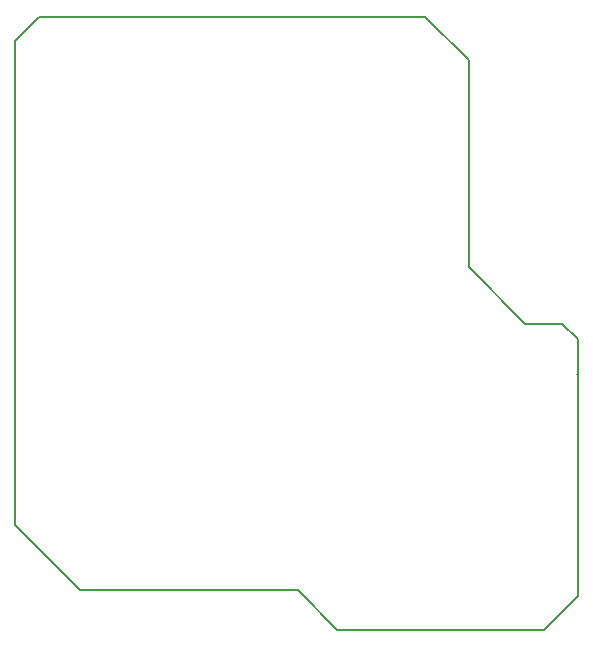
<source format=gm1>
G04 #@! TF.FileFunction,Profile,NP*
%FSLAX46Y46*%
G04 Gerber Fmt 4.6, Leading zero omitted, Abs format (unit mm)*
G04 Created by KiCad (PCBNEW 4.0.2-stable) date 24/10/2016 06:45:45 p.m.*
%MOMM*%
G01*
G04 APERTURE LIST*
%ADD10C,0.100000*%
%ADD11C,0.150000*%
G04 APERTURE END LIST*
D10*
D11*
X106517600Y-93414800D02*
X106416000Y-93414800D01*
X106517600Y-90468400D02*
X106517600Y-93414800D01*
X105196800Y-89147600D02*
X106517600Y-90468400D01*
X102047200Y-89147600D02*
X105196800Y-89147600D01*
X97272000Y-84372400D02*
X102047200Y-89147600D01*
X97272000Y-66846400D02*
X97272000Y-84372400D01*
X93563600Y-63138000D02*
X97272000Y-66846400D01*
X60899200Y-63138000D02*
X93563600Y-63138000D01*
X58867200Y-65170000D02*
X60899200Y-63138000D01*
X58867200Y-106165600D02*
X58867200Y-65170000D01*
X64404400Y-111702800D02*
X58867200Y-106165600D01*
X82794000Y-111702800D02*
X64404400Y-111702800D01*
X86146800Y-115055600D02*
X82794000Y-111702800D01*
X103622000Y-115055600D02*
X86146800Y-115055600D01*
X106517600Y-112160000D02*
X103622000Y-115055600D01*
X106517600Y-93160800D02*
X106517600Y-112160000D01*
M02*

</source>
